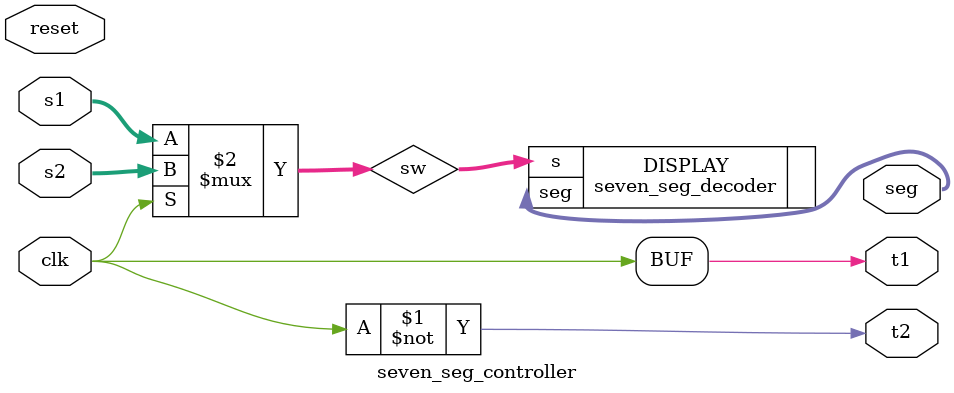
<source format=sv>
module seven_seg_controller(
	input  logic 	   clk,
	input  logic 	   reset,
	input  logic [3:0] s1, s2,
	output logic       t1, t2,
	output logic [6:0] seg
	);
	
	logic toggle; // select signal
	logic [3:0] sw;
	
	
	assign t1 = clk;
	assign t2 = ~clk;
	assign sw = clk ? s2 : s1; // mux
	seven_seg_decoder DISPLAY(.s(sw), .seg(seg));

	
endmodule

</source>
